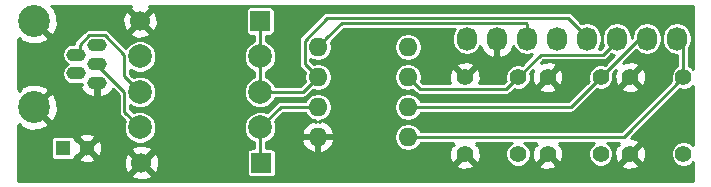
<source format=gbr>
G04 #@! TF.FileFunction,Copper,L1,Top,Signal*
%FSLAX46Y46*%
G04 Gerber Fmt 4.6, Leading zero omitted, Abs format (unit mm)*
G04 Created by KiCad (PCBNEW 4.0.0-rc1-stable) date 3/16/2016 3:52:32 PM*
%MOMM*%
G01*
G04 APERTURE LIST*
%ADD10C,0.100000*%
%ADD11O,1.600000X1.600000*%
%ADD12O,1.727200X2.032000*%
%ADD13R,1.300000X1.300000*%
%ADD14C,1.300000*%
%ADD15C,1.699260*%
%ADD16R,1.699260X1.699260*%
%ADD17C,1.998980*%
%ADD18C,1.397000*%
%ADD19C,2.700000*%
%ADD20O,1.650000X1.100000*%
%ADD21C,0.250000*%
G04 APERTURE END LIST*
D10*
D11*
X125550000Y-85440000D03*
X125550000Y-87980000D03*
X125550000Y-90520000D03*
X125550000Y-93060000D03*
X133170000Y-93060000D03*
X133170000Y-90520000D03*
X133170000Y-87980000D03*
X133170000Y-85440000D03*
D12*
X140710000Y-84750000D03*
X143250000Y-84750000D03*
X145790000Y-84750000D03*
X148330000Y-84750000D03*
X150870000Y-84750000D03*
X153410000Y-84750000D03*
X155950000Y-84750000D03*
X138170000Y-84750000D03*
D13*
X104000000Y-94000000D03*
D14*
X106000000Y-94000000D03*
D15*
X110620000Y-95250000D03*
D16*
X120780000Y-95250000D03*
D15*
X110500000Y-83250000D03*
D16*
X120660000Y-83250000D03*
D17*
X120660000Y-92250000D03*
X110500000Y-92250000D03*
X120660000Y-89250000D03*
X110500000Y-89250000D03*
X120660000Y-86250000D03*
X110500000Y-86250000D03*
D18*
X152000000Y-88000000D03*
X156500000Y-88000000D03*
X152000000Y-94500000D03*
X156500000Y-94500000D03*
X145000000Y-88000000D03*
X149500000Y-88000000D03*
X145000000Y-94500000D03*
X149500000Y-94500000D03*
X138000000Y-88000000D03*
X142500000Y-88000000D03*
X138000000Y-94500000D03*
X142500000Y-94500000D03*
D19*
X101530000Y-90540000D03*
X101530000Y-83240000D03*
D20*
X106855000Y-86890000D03*
X106855000Y-85290000D03*
X106855000Y-88490000D03*
X105105000Y-87690000D03*
X105105000Y-86090000D03*
D21*
X145113590Y-84750000D02*
X145790000Y-84750000D01*
X145790000Y-84750000D02*
X145790000Y-84902400D01*
X120660000Y-92250000D02*
X122390000Y-90520000D01*
X122390000Y-90520000D02*
X125550000Y-90520000D01*
X120660000Y-92250000D02*
X120660000Y-95130000D01*
X120660000Y-95130000D02*
X120780000Y-95250000D01*
X148330000Y-84750000D02*
X148330000Y-84597600D01*
X146691380Y-82958980D02*
X126366018Y-82958980D01*
X148330000Y-84597600D02*
X146691380Y-82958980D01*
X126366018Y-82958980D02*
X124424999Y-84899999D01*
X124750001Y-87180001D02*
X125550000Y-87980000D01*
X124424999Y-84899999D02*
X124424999Y-86854999D01*
X124424999Y-86854999D02*
X124750001Y-87180001D01*
X120660000Y-89250000D02*
X124280000Y-89250000D01*
X124280000Y-89250000D02*
X125550000Y-87980000D01*
X120660000Y-86250000D02*
X120660000Y-84836508D01*
X120660000Y-84836508D02*
X120660000Y-83250000D01*
X120660000Y-89250000D02*
X120660000Y-87836508D01*
X120660000Y-87836508D02*
X120660000Y-86250000D01*
X143250000Y-84750000D02*
X143250000Y-83484000D01*
X143250000Y-83484000D02*
X143174990Y-83408990D01*
X143174990Y-83408990D02*
X127581010Y-83408990D01*
X127581010Y-83408990D02*
X126349999Y-84640001D01*
X126349999Y-84640001D02*
X125550000Y-85440000D01*
X156500000Y-88000000D02*
X156500000Y-85300000D01*
X156500000Y-85300000D02*
X155950000Y-84750000D01*
X133170000Y-93060000D02*
X151440000Y-93060000D01*
X151440000Y-93060000D02*
X156500000Y-88000000D01*
X149500000Y-88000000D02*
X152750000Y-84750000D01*
X152750000Y-84750000D02*
X153410000Y-84750000D01*
X133170000Y-90520000D02*
X146980000Y-90520000D01*
X146980000Y-90520000D02*
X149500000Y-88000000D01*
X142500000Y-88000000D02*
X144408990Y-86091010D01*
X144408990Y-86091010D02*
X149681390Y-86091010D01*
X149681390Y-86091010D02*
X150870000Y-84902400D01*
X150870000Y-84902400D02*
X150870000Y-84750000D01*
X133170000Y-87980000D02*
X134213501Y-89023501D01*
X134213501Y-89023501D02*
X141476499Y-89023501D01*
X141476499Y-89023501D02*
X141801501Y-88698499D01*
X141801501Y-88698499D02*
X142500000Y-88000000D01*
X150870000Y-84750000D02*
X150163348Y-84750000D01*
X110500000Y-92250000D02*
X109175509Y-90925509D01*
X109175509Y-90925509D02*
X109175509Y-89298058D01*
X109175509Y-89298058D02*
X106767451Y-86890000D01*
X106767451Y-86890000D02*
X106580000Y-86890000D01*
X106550000Y-86600000D02*
X106737451Y-86600000D01*
X105380000Y-86090000D02*
X105380000Y-85252549D01*
X105380000Y-85252549D02*
X106217559Y-84414990D01*
X109175509Y-86098058D02*
X109175509Y-87925509D01*
X106217559Y-84414990D02*
X107492441Y-84414990D01*
X107492441Y-84414990D02*
X109175509Y-86098058D01*
X109175509Y-87925509D02*
X109500511Y-88250511D01*
X109500511Y-88250511D02*
X110500000Y-89250000D01*
G36*
X109719063Y-81955665D02*
X109638557Y-82206124D01*
X110500000Y-83067566D01*
X111361443Y-82206124D01*
X111280937Y-81955665D01*
X111265249Y-81950000D01*
X157300000Y-81950000D01*
X157300000Y-87281913D01*
X157108883Y-87090462D01*
X157000000Y-87045250D01*
X157000000Y-85544798D01*
X157094317Y-85403643D01*
X157188600Y-84929651D01*
X157188600Y-84570349D01*
X157094317Y-84096357D01*
X156825822Y-83694527D01*
X156423992Y-83426032D01*
X155950000Y-83331749D01*
X155476008Y-83426032D01*
X155074178Y-83694527D01*
X154805683Y-84096357D01*
X154711400Y-84570349D01*
X154711400Y-84929651D01*
X154805683Y-85403643D01*
X155074178Y-85805473D01*
X155476008Y-86073968D01*
X155950000Y-86168251D01*
X156000000Y-86158305D01*
X156000000Y-87045067D01*
X155892706Y-87089400D01*
X155590462Y-87391117D01*
X155426687Y-87785531D01*
X155426314Y-88212596D01*
X155471336Y-88321557D01*
X151232894Y-92560000D01*
X134244937Y-92560000D01*
X134023870Y-92229150D01*
X133642673Y-91974442D01*
X133193020Y-91885000D01*
X133146980Y-91885000D01*
X132697327Y-91974442D01*
X132316130Y-92229150D01*
X132061422Y-92610347D01*
X131971980Y-93060000D01*
X132061422Y-93509653D01*
X132316130Y-93890850D01*
X132697327Y-94145558D01*
X133146980Y-94235000D01*
X133193020Y-94235000D01*
X133642673Y-94145558D01*
X134023870Y-93890850D01*
X134244937Y-93560000D01*
X137023547Y-93560000D01*
X136950555Y-93632992D01*
X137065642Y-93748079D01*
X136830836Y-93810005D01*
X136655784Y-94309947D01*
X136685376Y-94838824D01*
X136830836Y-95189995D01*
X137065645Y-95251922D01*
X137817566Y-94500000D01*
X137803424Y-94485858D01*
X137985858Y-94303424D01*
X138000000Y-94317566D01*
X138014142Y-94303424D01*
X138196576Y-94485858D01*
X138182434Y-94500000D01*
X138934355Y-95251922D01*
X139169164Y-95189995D01*
X139344216Y-94690053D01*
X139314624Y-94161176D01*
X139169164Y-93810005D01*
X138934358Y-93748079D01*
X139049445Y-93632992D01*
X138976453Y-93560000D01*
X141963859Y-93560000D01*
X141892706Y-93589400D01*
X141590462Y-93891117D01*
X141426687Y-94285531D01*
X141426314Y-94712596D01*
X141589400Y-95107294D01*
X141891117Y-95409538D01*
X142285531Y-95573313D01*
X142712596Y-95573686D01*
X143049802Y-95434355D01*
X144248078Y-95434355D01*
X144310005Y-95669164D01*
X144809947Y-95844216D01*
X145338824Y-95814624D01*
X145689995Y-95669164D01*
X145751922Y-95434355D01*
X145000000Y-94682434D01*
X144248078Y-95434355D01*
X143049802Y-95434355D01*
X143107294Y-95410600D01*
X143409538Y-95108883D01*
X143573313Y-94714469D01*
X143573686Y-94287404D01*
X143410600Y-93892706D01*
X143108883Y-93590462D01*
X143035522Y-93560000D01*
X144023547Y-93560000D01*
X143950555Y-93632992D01*
X144065642Y-93748079D01*
X143830836Y-93810005D01*
X143655784Y-94309947D01*
X143685376Y-94838824D01*
X143830836Y-95189995D01*
X144065645Y-95251922D01*
X144817566Y-94500000D01*
X144803424Y-94485858D01*
X144985858Y-94303424D01*
X145000000Y-94317566D01*
X145014142Y-94303424D01*
X145196576Y-94485858D01*
X145182434Y-94500000D01*
X145934355Y-95251922D01*
X146169164Y-95189995D01*
X146344216Y-94690053D01*
X146314624Y-94161176D01*
X146169164Y-93810005D01*
X145934358Y-93748079D01*
X146049445Y-93632992D01*
X145976453Y-93560000D01*
X148963859Y-93560000D01*
X148892706Y-93589400D01*
X148590462Y-93891117D01*
X148426687Y-94285531D01*
X148426314Y-94712596D01*
X148589400Y-95107294D01*
X148891117Y-95409538D01*
X149285531Y-95573313D01*
X149712596Y-95573686D01*
X150049802Y-95434355D01*
X151248078Y-95434355D01*
X151310005Y-95669164D01*
X151809947Y-95844216D01*
X152338824Y-95814624D01*
X152689995Y-95669164D01*
X152751922Y-95434355D01*
X152000000Y-94682434D01*
X151248078Y-95434355D01*
X150049802Y-95434355D01*
X150107294Y-95410600D01*
X150409538Y-95108883D01*
X150573313Y-94714469D01*
X150573686Y-94287404D01*
X150410600Y-93892706D01*
X150108883Y-93590462D01*
X150035522Y-93560000D01*
X151023547Y-93560000D01*
X150950555Y-93632992D01*
X151065642Y-93748079D01*
X150830836Y-93810005D01*
X150655784Y-94309947D01*
X150685376Y-94838824D01*
X150830836Y-95189995D01*
X151065645Y-95251922D01*
X151817566Y-94500000D01*
X152182434Y-94500000D01*
X152934355Y-95251922D01*
X153169164Y-95189995D01*
X153344216Y-94690053D01*
X153314624Y-94161176D01*
X153169164Y-93810005D01*
X152934355Y-93748078D01*
X152182434Y-94500000D01*
X151817566Y-94500000D01*
X151803424Y-94485858D01*
X151985858Y-94303424D01*
X152000000Y-94317566D01*
X152751922Y-93565645D01*
X152689995Y-93330836D01*
X152190053Y-93155784D01*
X152043100Y-93164006D01*
X156178314Y-89028793D01*
X156285531Y-89073313D01*
X156712596Y-89073686D01*
X157107294Y-88910600D01*
X157300000Y-88718230D01*
X157300000Y-93781913D01*
X157108883Y-93590462D01*
X156714469Y-93426687D01*
X156287404Y-93426314D01*
X155892706Y-93589400D01*
X155590462Y-93891117D01*
X155426687Y-94285531D01*
X155426314Y-94712596D01*
X155589400Y-95107294D01*
X155891117Y-95409538D01*
X156285531Y-95573313D01*
X156712596Y-95573686D01*
X157107294Y-95410600D01*
X157300000Y-95218230D01*
X157300000Y-96800000D01*
X100200000Y-96800000D01*
X100200000Y-96293876D01*
X109758557Y-96293876D01*
X109839063Y-96544335D01*
X110393829Y-96744661D01*
X110983027Y-96717439D01*
X111400937Y-96544335D01*
X111481443Y-96293876D01*
X110620000Y-95432434D01*
X109758557Y-96293876D01*
X100200000Y-96293876D01*
X100200000Y-93350000D01*
X102967654Y-93350000D01*
X102967654Y-94650000D01*
X102993802Y-94788966D01*
X103075931Y-94916599D01*
X103201246Y-95002223D01*
X103350000Y-95032346D01*
X104650000Y-95032346D01*
X104788966Y-95006198D01*
X104916599Y-94924069D01*
X104933608Y-94899175D01*
X105283258Y-94899175D01*
X105339209Y-95128970D01*
X105821547Y-95295905D01*
X106331052Y-95265551D01*
X106660791Y-95128970D01*
X106686390Y-95023829D01*
X109125339Y-95023829D01*
X109152561Y-95613027D01*
X109325665Y-96030937D01*
X109576124Y-96111443D01*
X110437566Y-95250000D01*
X110802434Y-95250000D01*
X111663876Y-96111443D01*
X111914335Y-96030937D01*
X112114661Y-95476171D01*
X112087439Y-94886973D01*
X111914335Y-94469063D01*
X111663876Y-94388557D01*
X110802434Y-95250000D01*
X110437566Y-95250000D01*
X109576124Y-94388557D01*
X109325665Y-94469063D01*
X109125339Y-95023829D01*
X106686390Y-95023829D01*
X106716742Y-94899175D01*
X106000000Y-94182434D01*
X105283258Y-94899175D01*
X104933608Y-94899175D01*
X105002223Y-94798754D01*
X105022683Y-94697716D01*
X105100825Y-94716742D01*
X105817566Y-94000000D01*
X106182434Y-94000000D01*
X106899175Y-94716742D01*
X107128970Y-94660791D01*
X107286328Y-94206124D01*
X109758557Y-94206124D01*
X110620000Y-95067566D01*
X111481443Y-94206124D01*
X111400937Y-93955665D01*
X110846171Y-93755339D01*
X110256973Y-93782561D01*
X109839063Y-93955665D01*
X109758557Y-94206124D01*
X107286328Y-94206124D01*
X107295905Y-94178453D01*
X107265551Y-93668948D01*
X107128970Y-93339209D01*
X106899175Y-93283258D01*
X106182434Y-94000000D01*
X105817566Y-94000000D01*
X105100825Y-93283258D01*
X105023338Y-93302125D01*
X105006198Y-93211034D01*
X104935281Y-93100825D01*
X105283258Y-93100825D01*
X106000000Y-93817566D01*
X106716742Y-93100825D01*
X106660791Y-92871030D01*
X106178453Y-92704095D01*
X105668948Y-92734449D01*
X105339209Y-92871030D01*
X105283258Y-93100825D01*
X104935281Y-93100825D01*
X104924069Y-93083401D01*
X104798754Y-92997777D01*
X104650000Y-92967654D01*
X103350000Y-92967654D01*
X103211034Y-92993802D01*
X103083401Y-93075931D01*
X102997777Y-93201246D01*
X102967654Y-93350000D01*
X100200000Y-93350000D01*
X100200000Y-92052437D01*
X100306615Y-91945822D01*
X100448371Y-92248202D01*
X101184406Y-92532094D01*
X101973053Y-92512708D01*
X102611629Y-92248202D01*
X102753386Y-91945819D01*
X101530000Y-90722434D01*
X101515858Y-90736576D01*
X101333424Y-90554142D01*
X101347566Y-90540000D01*
X101712434Y-90540000D01*
X102935819Y-91763386D01*
X103238202Y-91621629D01*
X103522094Y-90885594D01*
X103502708Y-90096947D01*
X103238202Y-89458371D01*
X102935819Y-89316614D01*
X101712434Y-90540000D01*
X101347566Y-90540000D01*
X101333424Y-90525858D01*
X101515858Y-90343424D01*
X101530000Y-90357566D01*
X102753386Y-89134181D01*
X102611629Y-88831798D01*
X101875594Y-88547906D01*
X101086947Y-88567292D01*
X100448371Y-88831798D01*
X100306615Y-89134178D01*
X100200000Y-89027563D01*
X100200000Y-86090000D01*
X103881491Y-86090000D01*
X103951902Y-86443982D01*
X104152417Y-86744074D01*
X104370811Y-86890000D01*
X104152417Y-87035926D01*
X103951902Y-87336018D01*
X103881491Y-87690000D01*
X103951902Y-88043982D01*
X104152417Y-88344074D01*
X104452509Y-88544589D01*
X104806491Y-88615000D01*
X105397000Y-88615000D01*
X105397000Y-88619002D01*
X105563401Y-88619002D01*
X105438712Y-88801370D01*
X105652276Y-89235290D01*
X106008105Y-89533583D01*
X106451000Y-89673000D01*
X106726000Y-89673000D01*
X106726000Y-88619000D01*
X106706000Y-88619000D01*
X106706000Y-88361000D01*
X106726000Y-88361000D01*
X106726000Y-88341000D01*
X106984000Y-88341000D01*
X106984000Y-88361000D01*
X107004000Y-88361000D01*
X107004000Y-88619000D01*
X106984000Y-88619000D01*
X106984000Y-89673000D01*
X107259000Y-89673000D01*
X107701895Y-89533583D01*
X108057724Y-89235290D01*
X108172478Y-89002133D01*
X108675509Y-89505165D01*
X108675509Y-90925509D01*
X108707322Y-91085443D01*
X108713569Y-91116851D01*
X108821956Y-91279062D01*
X109240922Y-91698028D01*
X109125749Y-91975398D01*
X109125272Y-92522204D01*
X109334085Y-93027569D01*
X109720397Y-93414557D01*
X110225398Y-93624251D01*
X110772204Y-93624728D01*
X111277569Y-93415915D01*
X111664557Y-93029603D01*
X111874251Y-92524602D01*
X111874253Y-92522204D01*
X119285272Y-92522204D01*
X119494085Y-93027569D01*
X119880397Y-93414557D01*
X120160000Y-93530658D01*
X120160000Y-94018024D01*
X119930370Y-94018024D01*
X119791404Y-94044172D01*
X119663771Y-94126301D01*
X119578147Y-94251616D01*
X119548024Y-94400370D01*
X119548024Y-96099630D01*
X119574172Y-96238596D01*
X119656301Y-96366229D01*
X119781616Y-96451853D01*
X119930370Y-96481976D01*
X121629630Y-96481976D01*
X121768596Y-96455828D01*
X121896229Y-96373699D01*
X121981853Y-96248384D01*
X122011976Y-96099630D01*
X122011976Y-95434355D01*
X137248078Y-95434355D01*
X137310005Y-95669164D01*
X137809947Y-95844216D01*
X138338824Y-95814624D01*
X138689995Y-95669164D01*
X138751922Y-95434355D01*
X138000000Y-94682434D01*
X137248078Y-95434355D01*
X122011976Y-95434355D01*
X122011976Y-94400370D01*
X121985828Y-94261404D01*
X121903699Y-94133771D01*
X121778384Y-94048147D01*
X121629630Y-94018024D01*
X121160000Y-94018024D01*
X121160000Y-93530604D01*
X121437569Y-93415915D01*
X121442821Y-93410672D01*
X124160569Y-93410672D01*
X124319552Y-93794519D01*
X124694303Y-94209479D01*
X125199326Y-94449441D01*
X125421000Y-94328942D01*
X125421000Y-93189000D01*
X125679000Y-93189000D01*
X125679000Y-94328942D01*
X125900674Y-94449441D01*
X126405697Y-94209479D01*
X126780448Y-93794519D01*
X126939431Y-93410672D01*
X126818206Y-93189000D01*
X125679000Y-93189000D01*
X125421000Y-93189000D01*
X124281794Y-93189000D01*
X124160569Y-93410672D01*
X121442821Y-93410672D01*
X121824557Y-93029603D01*
X122034251Y-92524602D01*
X122034728Y-91977796D01*
X121919115Y-91697992D01*
X122597107Y-91020000D01*
X124475063Y-91020000D01*
X124696130Y-91350850D01*
X125077327Y-91605558D01*
X125420998Y-91673919D01*
X125420998Y-91791057D01*
X125199326Y-91670559D01*
X124694303Y-91910521D01*
X124319552Y-92325481D01*
X124160569Y-92709328D01*
X124281794Y-92931000D01*
X125421000Y-92931000D01*
X125421000Y-92911000D01*
X125679000Y-92911000D01*
X125679000Y-92931000D01*
X126818206Y-92931000D01*
X126939431Y-92709328D01*
X126780448Y-92325481D01*
X126405697Y-91910521D01*
X125900674Y-91670559D01*
X125679002Y-91791057D01*
X125679002Y-91673919D01*
X126022673Y-91605558D01*
X126403870Y-91350850D01*
X126658578Y-90969653D01*
X126748020Y-90520000D01*
X126658578Y-90070347D01*
X126403870Y-89689150D01*
X126022673Y-89434442D01*
X125573020Y-89345000D01*
X125526980Y-89345000D01*
X125077327Y-89434442D01*
X124696130Y-89689150D01*
X124475063Y-90020000D01*
X122390000Y-90020000D01*
X122198658Y-90058060D01*
X122036446Y-90166447D01*
X121211971Y-90990922D01*
X120934602Y-90875749D01*
X120387796Y-90875272D01*
X119882431Y-91084085D01*
X119495443Y-91470397D01*
X119285749Y-91975398D01*
X119285272Y-92522204D01*
X111874253Y-92522204D01*
X111874728Y-91977796D01*
X111665915Y-91472431D01*
X111279603Y-91085443D01*
X110774602Y-90875749D01*
X110227796Y-90875272D01*
X109947991Y-90990885D01*
X109675509Y-90718403D01*
X109675509Y-90369590D01*
X109720397Y-90414557D01*
X110225398Y-90624251D01*
X110772204Y-90624728D01*
X111277569Y-90415915D01*
X111664557Y-90029603D01*
X111874251Y-89524602D01*
X111874728Y-88977796D01*
X111665915Y-88472431D01*
X111279603Y-88085443D01*
X110774602Y-87875749D01*
X110227796Y-87875272D01*
X109947991Y-87990885D01*
X109854066Y-87896960D01*
X109854064Y-87896957D01*
X109675509Y-87718403D01*
X109675509Y-87369590D01*
X109720397Y-87414557D01*
X110225398Y-87624251D01*
X110772204Y-87624728D01*
X111277569Y-87415915D01*
X111664557Y-87029603D01*
X111874251Y-86524602D01*
X111874253Y-86522204D01*
X119285272Y-86522204D01*
X119494085Y-87027569D01*
X119880397Y-87414557D01*
X120160000Y-87530658D01*
X120160000Y-87969396D01*
X119882431Y-88084085D01*
X119495443Y-88470397D01*
X119285749Y-88975398D01*
X119285272Y-89522204D01*
X119494085Y-90027569D01*
X119880397Y-90414557D01*
X120385398Y-90624251D01*
X120932204Y-90624728D01*
X121437569Y-90415915D01*
X121824557Y-90029603D01*
X121940658Y-89750000D01*
X124280000Y-89750000D01*
X124471342Y-89711940D01*
X124633553Y-89603553D01*
X125155916Y-89081190D01*
X125526980Y-89155000D01*
X125573020Y-89155000D01*
X126022673Y-89065558D01*
X126403870Y-88810850D01*
X126658578Y-88429653D01*
X126748020Y-87980000D01*
X126658578Y-87530347D01*
X126403870Y-87149150D01*
X126022673Y-86894442D01*
X125573020Y-86805000D01*
X125526980Y-86805000D01*
X125155916Y-86878810D01*
X125103556Y-86826450D01*
X125103554Y-86826447D01*
X124924999Y-86647893D01*
X124924999Y-86423776D01*
X125077327Y-86525558D01*
X125526980Y-86615000D01*
X125573020Y-86615000D01*
X126022673Y-86525558D01*
X126403870Y-86270850D01*
X126658578Y-85889653D01*
X126748020Y-85440000D01*
X131971980Y-85440000D01*
X132061422Y-85889653D01*
X132316130Y-86270850D01*
X132697327Y-86525558D01*
X133146980Y-86615000D01*
X133193020Y-86615000D01*
X133642673Y-86525558D01*
X134023870Y-86270850D01*
X134278578Y-85889653D01*
X134368020Y-85440000D01*
X134278578Y-84990347D01*
X134023870Y-84609150D01*
X133642673Y-84354442D01*
X133193020Y-84265000D01*
X133146980Y-84265000D01*
X132697327Y-84354442D01*
X132316130Y-84609150D01*
X132061422Y-84990347D01*
X131971980Y-85440000D01*
X126748020Y-85440000D01*
X126666572Y-85030535D01*
X126703552Y-84993555D01*
X126703554Y-84993552D01*
X127788117Y-83908990D01*
X137150878Y-83908990D01*
X137025683Y-84096357D01*
X136931400Y-84570349D01*
X136931400Y-84929651D01*
X137025683Y-85403643D01*
X137294178Y-85805473D01*
X137696008Y-86073968D01*
X138170000Y-86168251D01*
X138643992Y-86073968D01*
X139045822Y-85805473D01*
X139314317Y-85403643D01*
X139319650Y-85376834D01*
X139420854Y-85664945D01*
X139810798Y-86100235D01*
X140337637Y-86353165D01*
X140349340Y-86354893D01*
X140581000Y-86234519D01*
X140581000Y-84879000D01*
X140561000Y-84879000D01*
X140561000Y-84621000D01*
X140581000Y-84621000D01*
X140581000Y-84601000D01*
X140839000Y-84601000D01*
X140839000Y-84621000D01*
X140859000Y-84621000D01*
X140859000Y-84879000D01*
X140839000Y-84879000D01*
X140839000Y-86234519D01*
X141070660Y-86354893D01*
X141082363Y-86353165D01*
X141609202Y-86100235D01*
X141999146Y-85664945D01*
X142100350Y-85376834D01*
X142105683Y-85403643D01*
X142374178Y-85805473D01*
X142776008Y-86073968D01*
X143250000Y-86168251D01*
X143717667Y-86075226D01*
X142821686Y-86971207D01*
X142714469Y-86926687D01*
X142287404Y-86926314D01*
X141892706Y-87089400D01*
X141590462Y-87391117D01*
X141426687Y-87785531D01*
X141426314Y-88212596D01*
X141471336Y-88321558D01*
X141447950Y-88344944D01*
X141447947Y-88344946D01*
X141269393Y-88523501D01*
X139227461Y-88523501D01*
X139344216Y-88190053D01*
X139314624Y-87661176D01*
X139169164Y-87310005D01*
X138934355Y-87248078D01*
X138182434Y-88000000D01*
X138196576Y-88014142D01*
X138014142Y-88196576D01*
X138000000Y-88182434D01*
X137985858Y-88196576D01*
X137803424Y-88014142D01*
X137817566Y-88000000D01*
X137065645Y-87248078D01*
X136830836Y-87310005D01*
X136655784Y-87809947D01*
X136685376Y-88338824D01*
X136761872Y-88523501D01*
X134420608Y-88523501D01*
X134286572Y-88389465D01*
X134368020Y-87980000D01*
X134278578Y-87530347D01*
X134023870Y-87149150D01*
X133898897Y-87065645D01*
X137248078Y-87065645D01*
X138000000Y-87817566D01*
X138751922Y-87065645D01*
X138689995Y-86830836D01*
X138190053Y-86655784D01*
X137661176Y-86685376D01*
X137310005Y-86830836D01*
X137248078Y-87065645D01*
X133898897Y-87065645D01*
X133642673Y-86894442D01*
X133193020Y-86805000D01*
X133146980Y-86805000D01*
X132697327Y-86894442D01*
X132316130Y-87149150D01*
X132061422Y-87530347D01*
X131971980Y-87980000D01*
X132061422Y-88429653D01*
X132316130Y-88810850D01*
X132697327Y-89065558D01*
X133146980Y-89155000D01*
X133193020Y-89155000D01*
X133564084Y-89081190D01*
X133859947Y-89377054D01*
X133981646Y-89458371D01*
X134022159Y-89485441D01*
X134213501Y-89523501D01*
X141476499Y-89523501D01*
X141667841Y-89485441D01*
X141830052Y-89377054D01*
X142155054Y-89052053D01*
X142155056Y-89052050D01*
X142178314Y-89028792D01*
X142285531Y-89073313D01*
X142712596Y-89073686D01*
X143049802Y-88934355D01*
X144248078Y-88934355D01*
X144310005Y-89169164D01*
X144809947Y-89344216D01*
X145338824Y-89314624D01*
X145689995Y-89169164D01*
X145751922Y-88934355D01*
X145000000Y-88182434D01*
X144248078Y-88934355D01*
X143049802Y-88934355D01*
X143107294Y-88910600D01*
X143409538Y-88608883D01*
X143573313Y-88214469D01*
X143573686Y-87787404D01*
X143528664Y-87678442D01*
X143795132Y-87411975D01*
X143655784Y-87809947D01*
X143685376Y-88338824D01*
X143830836Y-88689995D01*
X144065645Y-88751922D01*
X144817566Y-88000000D01*
X145182434Y-88000000D01*
X145934355Y-88751922D01*
X146169164Y-88689995D01*
X146344216Y-88190053D01*
X146314624Y-87661176D01*
X146169164Y-87310005D01*
X145934355Y-87248078D01*
X145182434Y-88000000D01*
X144817566Y-88000000D01*
X144803424Y-87985858D01*
X144985858Y-87803424D01*
X145000000Y-87817566D01*
X145751922Y-87065645D01*
X145689995Y-86830836D01*
X145190053Y-86655784D01*
X144661176Y-86685376D01*
X144423128Y-86783979D01*
X144616097Y-86591010D01*
X149681390Y-86591010D01*
X149872732Y-86552950D01*
X150034943Y-86444563D01*
X150403957Y-86075549D01*
X150665350Y-86127544D01*
X149821686Y-86971208D01*
X149714469Y-86926687D01*
X149287404Y-86926314D01*
X148892706Y-87089400D01*
X148590462Y-87391117D01*
X148426687Y-87785531D01*
X148426314Y-88212596D01*
X148471336Y-88321557D01*
X146772894Y-90020000D01*
X134244937Y-90020000D01*
X134023870Y-89689150D01*
X133642673Y-89434442D01*
X133193020Y-89345000D01*
X133146980Y-89345000D01*
X132697327Y-89434442D01*
X132316130Y-89689150D01*
X132061422Y-90070347D01*
X131971980Y-90520000D01*
X132061422Y-90969653D01*
X132316130Y-91350850D01*
X132697327Y-91605558D01*
X133146980Y-91695000D01*
X133193020Y-91695000D01*
X133642673Y-91605558D01*
X134023870Y-91350850D01*
X134244937Y-91020000D01*
X146980000Y-91020000D01*
X147171342Y-90981940D01*
X147333553Y-90873553D01*
X149178314Y-89028793D01*
X149285531Y-89073313D01*
X149712596Y-89073686D01*
X150049802Y-88934355D01*
X151248078Y-88934355D01*
X151310005Y-89169164D01*
X151809947Y-89344216D01*
X152338824Y-89314624D01*
X152689995Y-89169164D01*
X152751922Y-88934355D01*
X152000000Y-88182434D01*
X151248078Y-88934355D01*
X150049802Y-88934355D01*
X150107294Y-88910600D01*
X150409538Y-88608883D01*
X150573313Y-88214469D01*
X150573686Y-87787404D01*
X150528664Y-87678442D01*
X150795132Y-87411974D01*
X150655784Y-87809947D01*
X150685376Y-88338824D01*
X150830836Y-88689995D01*
X151065645Y-88751922D01*
X151817566Y-88000000D01*
X152182434Y-88000000D01*
X152934355Y-88751922D01*
X153169164Y-88689995D01*
X153344216Y-88190053D01*
X153314624Y-87661176D01*
X153169164Y-87310005D01*
X152934355Y-87248078D01*
X152182434Y-88000000D01*
X151817566Y-88000000D01*
X151803424Y-87985858D01*
X151985858Y-87803424D01*
X152000000Y-87817566D01*
X152751922Y-87065645D01*
X152689995Y-86830836D01*
X152190053Y-86655784D01*
X151661176Y-86685376D01*
X151423127Y-86783979D01*
X152481088Y-85726018D01*
X152534178Y-85805473D01*
X152936008Y-86073968D01*
X153410000Y-86168251D01*
X153883992Y-86073968D01*
X154285822Y-85805473D01*
X154554317Y-85403643D01*
X154648600Y-84929651D01*
X154648600Y-84570349D01*
X154554317Y-84096357D01*
X154285822Y-83694527D01*
X153883992Y-83426032D01*
X153410000Y-83331749D01*
X152936008Y-83426032D01*
X152534178Y-83694527D01*
X152265683Y-84096357D01*
X152171400Y-84570349D01*
X152171400Y-84621494D01*
X152108600Y-84684294D01*
X152108600Y-84570349D01*
X152014317Y-84096357D01*
X151745822Y-83694527D01*
X151343992Y-83426032D01*
X150870000Y-83331749D01*
X150396008Y-83426032D01*
X149994178Y-83694527D01*
X149725683Y-84096357D01*
X149631400Y-84570349D01*
X149631400Y-84929651D01*
X149715059Y-85350234D01*
X149474284Y-85591010D01*
X149349122Y-85591010D01*
X149474317Y-85403643D01*
X149568600Y-84929651D01*
X149568600Y-84570349D01*
X149474317Y-84096357D01*
X149205822Y-83694527D01*
X148803992Y-83426032D01*
X148330000Y-83331749D01*
X147863957Y-83424451D01*
X147044933Y-82605427D01*
X146882722Y-82497040D01*
X146691380Y-82458980D01*
X126366018Y-82458980D01*
X126174676Y-82497040D01*
X126012464Y-82605427D01*
X124071446Y-84546446D01*
X123963059Y-84708657D01*
X123924999Y-84899999D01*
X123924999Y-86854999D01*
X123956825Y-87015000D01*
X123963059Y-87046341D01*
X124071446Y-87208552D01*
X124396447Y-87533554D01*
X124396450Y-87533556D01*
X124433428Y-87570534D01*
X124351980Y-87980000D01*
X124433428Y-88389465D01*
X124072894Y-88750000D01*
X121940604Y-88750000D01*
X121825915Y-88472431D01*
X121439603Y-88085443D01*
X121160000Y-87969342D01*
X121160000Y-87530604D01*
X121437569Y-87415915D01*
X121824557Y-87029603D01*
X122034251Y-86524602D01*
X122034728Y-85977796D01*
X121825915Y-85472431D01*
X121439603Y-85085443D01*
X121160000Y-84969342D01*
X121160000Y-84481976D01*
X121509630Y-84481976D01*
X121648596Y-84455828D01*
X121776229Y-84373699D01*
X121861853Y-84248384D01*
X121891976Y-84099630D01*
X121891976Y-82400370D01*
X121865828Y-82261404D01*
X121783699Y-82133771D01*
X121658384Y-82048147D01*
X121509630Y-82018024D01*
X119810370Y-82018024D01*
X119671404Y-82044172D01*
X119543771Y-82126301D01*
X119458147Y-82251616D01*
X119428024Y-82400370D01*
X119428024Y-84099630D01*
X119454172Y-84238596D01*
X119536301Y-84366229D01*
X119661616Y-84451853D01*
X119810370Y-84481976D01*
X120160000Y-84481976D01*
X120160000Y-84969396D01*
X119882431Y-85084085D01*
X119495443Y-85470397D01*
X119285749Y-85975398D01*
X119285272Y-86522204D01*
X111874253Y-86522204D01*
X111874728Y-85977796D01*
X111665915Y-85472431D01*
X111279603Y-85085443D01*
X110774602Y-84875749D01*
X110227796Y-84875272D01*
X109722431Y-85084085D01*
X109335443Y-85470397D01*
X109311828Y-85527270D01*
X108078434Y-84293876D01*
X109638557Y-84293876D01*
X109719063Y-84544335D01*
X110273829Y-84744661D01*
X110863027Y-84717439D01*
X111280937Y-84544335D01*
X111361443Y-84293876D01*
X110500000Y-83432434D01*
X109638557Y-84293876D01*
X108078434Y-84293876D01*
X107845994Y-84061437D01*
X107683783Y-83953050D01*
X107492441Y-83914990D01*
X106217559Y-83914990D01*
X106026217Y-83953050D01*
X105864005Y-84061437D01*
X105026447Y-84898996D01*
X104918060Y-85061207D01*
X104897414Y-85165000D01*
X104806491Y-85165000D01*
X104452509Y-85235411D01*
X104152417Y-85435926D01*
X103951902Y-85736018D01*
X103881491Y-86090000D01*
X100200000Y-86090000D01*
X100200000Y-84752437D01*
X100306615Y-84645822D01*
X100448371Y-84948202D01*
X101184406Y-85232094D01*
X101973053Y-85212708D01*
X102611629Y-84948202D01*
X102753386Y-84645819D01*
X101530000Y-83422434D01*
X101515858Y-83436576D01*
X101333424Y-83254142D01*
X101347566Y-83240000D01*
X101333424Y-83225858D01*
X101515858Y-83043424D01*
X101530000Y-83057566D01*
X101544142Y-83043424D01*
X101726576Y-83225858D01*
X101712434Y-83240000D01*
X102935819Y-84463386D01*
X103238202Y-84321629D01*
X103522094Y-83585594D01*
X103508286Y-83023829D01*
X109005339Y-83023829D01*
X109032561Y-83613027D01*
X109205665Y-84030937D01*
X109456124Y-84111443D01*
X110317566Y-83250000D01*
X110682434Y-83250000D01*
X111543876Y-84111443D01*
X111794335Y-84030937D01*
X111994661Y-83476171D01*
X111967439Y-82886973D01*
X111794335Y-82469063D01*
X111543876Y-82388557D01*
X110682434Y-83250000D01*
X110317566Y-83250000D01*
X109456124Y-82388557D01*
X109205665Y-82469063D01*
X109005339Y-83023829D01*
X103508286Y-83023829D01*
X103502708Y-82796947D01*
X103238202Y-82158371D01*
X102935822Y-82016615D01*
X103002437Y-81950000D01*
X109732740Y-81950000D01*
X109719063Y-81955665D01*
X109719063Y-81955665D01*
G37*
X109719063Y-81955665D02*
X109638557Y-82206124D01*
X110500000Y-83067566D01*
X111361443Y-82206124D01*
X111280937Y-81955665D01*
X111265249Y-81950000D01*
X157300000Y-81950000D01*
X157300000Y-87281913D01*
X157108883Y-87090462D01*
X157000000Y-87045250D01*
X157000000Y-85544798D01*
X157094317Y-85403643D01*
X157188600Y-84929651D01*
X157188600Y-84570349D01*
X157094317Y-84096357D01*
X156825822Y-83694527D01*
X156423992Y-83426032D01*
X155950000Y-83331749D01*
X155476008Y-83426032D01*
X155074178Y-83694527D01*
X154805683Y-84096357D01*
X154711400Y-84570349D01*
X154711400Y-84929651D01*
X154805683Y-85403643D01*
X155074178Y-85805473D01*
X155476008Y-86073968D01*
X155950000Y-86168251D01*
X156000000Y-86158305D01*
X156000000Y-87045067D01*
X155892706Y-87089400D01*
X155590462Y-87391117D01*
X155426687Y-87785531D01*
X155426314Y-88212596D01*
X155471336Y-88321557D01*
X151232894Y-92560000D01*
X134244937Y-92560000D01*
X134023870Y-92229150D01*
X133642673Y-91974442D01*
X133193020Y-91885000D01*
X133146980Y-91885000D01*
X132697327Y-91974442D01*
X132316130Y-92229150D01*
X132061422Y-92610347D01*
X131971980Y-93060000D01*
X132061422Y-93509653D01*
X132316130Y-93890850D01*
X132697327Y-94145558D01*
X133146980Y-94235000D01*
X133193020Y-94235000D01*
X133642673Y-94145558D01*
X134023870Y-93890850D01*
X134244937Y-93560000D01*
X137023547Y-93560000D01*
X136950555Y-93632992D01*
X137065642Y-93748079D01*
X136830836Y-93810005D01*
X136655784Y-94309947D01*
X136685376Y-94838824D01*
X136830836Y-95189995D01*
X137065645Y-95251922D01*
X137817566Y-94500000D01*
X137803424Y-94485858D01*
X137985858Y-94303424D01*
X138000000Y-94317566D01*
X138014142Y-94303424D01*
X138196576Y-94485858D01*
X138182434Y-94500000D01*
X138934355Y-95251922D01*
X139169164Y-95189995D01*
X139344216Y-94690053D01*
X139314624Y-94161176D01*
X139169164Y-93810005D01*
X138934358Y-93748079D01*
X139049445Y-93632992D01*
X138976453Y-93560000D01*
X141963859Y-93560000D01*
X141892706Y-93589400D01*
X141590462Y-93891117D01*
X141426687Y-94285531D01*
X141426314Y-94712596D01*
X141589400Y-95107294D01*
X141891117Y-95409538D01*
X142285531Y-95573313D01*
X142712596Y-95573686D01*
X143049802Y-95434355D01*
X144248078Y-95434355D01*
X144310005Y-95669164D01*
X144809947Y-95844216D01*
X145338824Y-95814624D01*
X145689995Y-95669164D01*
X145751922Y-95434355D01*
X145000000Y-94682434D01*
X144248078Y-95434355D01*
X143049802Y-95434355D01*
X143107294Y-95410600D01*
X143409538Y-95108883D01*
X143573313Y-94714469D01*
X143573686Y-94287404D01*
X143410600Y-93892706D01*
X143108883Y-93590462D01*
X143035522Y-93560000D01*
X144023547Y-93560000D01*
X143950555Y-93632992D01*
X144065642Y-93748079D01*
X143830836Y-93810005D01*
X143655784Y-94309947D01*
X143685376Y-94838824D01*
X143830836Y-95189995D01*
X144065645Y-95251922D01*
X144817566Y-94500000D01*
X144803424Y-94485858D01*
X144985858Y-94303424D01*
X145000000Y-94317566D01*
X145014142Y-94303424D01*
X145196576Y-94485858D01*
X145182434Y-94500000D01*
X145934355Y-95251922D01*
X146169164Y-95189995D01*
X146344216Y-94690053D01*
X146314624Y-94161176D01*
X146169164Y-93810005D01*
X145934358Y-93748079D01*
X146049445Y-93632992D01*
X145976453Y-93560000D01*
X148963859Y-93560000D01*
X148892706Y-93589400D01*
X148590462Y-93891117D01*
X148426687Y-94285531D01*
X148426314Y-94712596D01*
X148589400Y-95107294D01*
X148891117Y-95409538D01*
X149285531Y-95573313D01*
X149712596Y-95573686D01*
X150049802Y-95434355D01*
X151248078Y-95434355D01*
X151310005Y-95669164D01*
X151809947Y-95844216D01*
X152338824Y-95814624D01*
X152689995Y-95669164D01*
X152751922Y-95434355D01*
X152000000Y-94682434D01*
X151248078Y-95434355D01*
X150049802Y-95434355D01*
X150107294Y-95410600D01*
X150409538Y-95108883D01*
X150573313Y-94714469D01*
X150573686Y-94287404D01*
X150410600Y-93892706D01*
X150108883Y-93590462D01*
X150035522Y-93560000D01*
X151023547Y-93560000D01*
X150950555Y-93632992D01*
X151065642Y-93748079D01*
X150830836Y-93810005D01*
X150655784Y-94309947D01*
X150685376Y-94838824D01*
X150830836Y-95189995D01*
X151065645Y-95251922D01*
X151817566Y-94500000D01*
X152182434Y-94500000D01*
X152934355Y-95251922D01*
X153169164Y-95189995D01*
X153344216Y-94690053D01*
X153314624Y-94161176D01*
X153169164Y-93810005D01*
X152934355Y-93748078D01*
X152182434Y-94500000D01*
X151817566Y-94500000D01*
X151803424Y-94485858D01*
X151985858Y-94303424D01*
X152000000Y-94317566D01*
X152751922Y-93565645D01*
X152689995Y-93330836D01*
X152190053Y-93155784D01*
X152043100Y-93164006D01*
X156178314Y-89028793D01*
X156285531Y-89073313D01*
X156712596Y-89073686D01*
X157107294Y-88910600D01*
X157300000Y-88718230D01*
X157300000Y-93781913D01*
X157108883Y-93590462D01*
X156714469Y-93426687D01*
X156287404Y-93426314D01*
X155892706Y-93589400D01*
X155590462Y-93891117D01*
X155426687Y-94285531D01*
X155426314Y-94712596D01*
X155589400Y-95107294D01*
X155891117Y-95409538D01*
X156285531Y-95573313D01*
X156712596Y-95573686D01*
X157107294Y-95410600D01*
X157300000Y-95218230D01*
X157300000Y-96800000D01*
X100200000Y-96800000D01*
X100200000Y-96293876D01*
X109758557Y-96293876D01*
X109839063Y-96544335D01*
X110393829Y-96744661D01*
X110983027Y-96717439D01*
X111400937Y-96544335D01*
X111481443Y-96293876D01*
X110620000Y-95432434D01*
X109758557Y-96293876D01*
X100200000Y-96293876D01*
X100200000Y-93350000D01*
X102967654Y-93350000D01*
X102967654Y-94650000D01*
X102993802Y-94788966D01*
X103075931Y-94916599D01*
X103201246Y-95002223D01*
X103350000Y-95032346D01*
X104650000Y-95032346D01*
X104788966Y-95006198D01*
X104916599Y-94924069D01*
X104933608Y-94899175D01*
X105283258Y-94899175D01*
X105339209Y-95128970D01*
X105821547Y-95295905D01*
X106331052Y-95265551D01*
X106660791Y-95128970D01*
X106686390Y-95023829D01*
X109125339Y-95023829D01*
X109152561Y-95613027D01*
X109325665Y-96030937D01*
X109576124Y-96111443D01*
X110437566Y-95250000D01*
X110802434Y-95250000D01*
X111663876Y-96111443D01*
X111914335Y-96030937D01*
X112114661Y-95476171D01*
X112087439Y-94886973D01*
X111914335Y-94469063D01*
X111663876Y-94388557D01*
X110802434Y-95250000D01*
X110437566Y-95250000D01*
X109576124Y-94388557D01*
X109325665Y-94469063D01*
X109125339Y-95023829D01*
X106686390Y-95023829D01*
X106716742Y-94899175D01*
X106000000Y-94182434D01*
X105283258Y-94899175D01*
X104933608Y-94899175D01*
X105002223Y-94798754D01*
X105022683Y-94697716D01*
X105100825Y-94716742D01*
X105817566Y-94000000D01*
X106182434Y-94000000D01*
X106899175Y-94716742D01*
X107128970Y-94660791D01*
X107286328Y-94206124D01*
X109758557Y-94206124D01*
X110620000Y-95067566D01*
X111481443Y-94206124D01*
X111400937Y-93955665D01*
X110846171Y-93755339D01*
X110256973Y-93782561D01*
X109839063Y-93955665D01*
X109758557Y-94206124D01*
X107286328Y-94206124D01*
X107295905Y-94178453D01*
X107265551Y-93668948D01*
X107128970Y-93339209D01*
X106899175Y-93283258D01*
X106182434Y-94000000D01*
X105817566Y-94000000D01*
X105100825Y-93283258D01*
X105023338Y-93302125D01*
X105006198Y-93211034D01*
X104935281Y-93100825D01*
X105283258Y-93100825D01*
X106000000Y-93817566D01*
X106716742Y-93100825D01*
X106660791Y-92871030D01*
X106178453Y-92704095D01*
X105668948Y-92734449D01*
X105339209Y-92871030D01*
X105283258Y-93100825D01*
X104935281Y-93100825D01*
X104924069Y-93083401D01*
X104798754Y-92997777D01*
X104650000Y-92967654D01*
X103350000Y-92967654D01*
X103211034Y-92993802D01*
X103083401Y-93075931D01*
X102997777Y-93201246D01*
X102967654Y-93350000D01*
X100200000Y-93350000D01*
X100200000Y-92052437D01*
X100306615Y-91945822D01*
X100448371Y-92248202D01*
X101184406Y-92532094D01*
X101973053Y-92512708D01*
X102611629Y-92248202D01*
X102753386Y-91945819D01*
X101530000Y-90722434D01*
X101515858Y-90736576D01*
X101333424Y-90554142D01*
X101347566Y-90540000D01*
X101712434Y-90540000D01*
X102935819Y-91763386D01*
X103238202Y-91621629D01*
X103522094Y-90885594D01*
X103502708Y-90096947D01*
X103238202Y-89458371D01*
X102935819Y-89316614D01*
X101712434Y-90540000D01*
X101347566Y-90540000D01*
X101333424Y-90525858D01*
X101515858Y-90343424D01*
X101530000Y-90357566D01*
X102753386Y-89134181D01*
X102611629Y-88831798D01*
X101875594Y-88547906D01*
X101086947Y-88567292D01*
X100448371Y-88831798D01*
X100306615Y-89134178D01*
X100200000Y-89027563D01*
X100200000Y-86090000D01*
X103881491Y-86090000D01*
X103951902Y-86443982D01*
X104152417Y-86744074D01*
X104370811Y-86890000D01*
X104152417Y-87035926D01*
X103951902Y-87336018D01*
X103881491Y-87690000D01*
X103951902Y-88043982D01*
X104152417Y-88344074D01*
X104452509Y-88544589D01*
X104806491Y-88615000D01*
X105397000Y-88615000D01*
X105397000Y-88619002D01*
X105563401Y-88619002D01*
X105438712Y-88801370D01*
X105652276Y-89235290D01*
X106008105Y-89533583D01*
X106451000Y-89673000D01*
X106726000Y-89673000D01*
X106726000Y-88619000D01*
X106706000Y-88619000D01*
X106706000Y-88361000D01*
X106726000Y-88361000D01*
X106726000Y-88341000D01*
X106984000Y-88341000D01*
X106984000Y-88361000D01*
X107004000Y-88361000D01*
X107004000Y-88619000D01*
X106984000Y-88619000D01*
X106984000Y-89673000D01*
X107259000Y-89673000D01*
X107701895Y-89533583D01*
X108057724Y-89235290D01*
X108172478Y-89002133D01*
X108675509Y-89505165D01*
X108675509Y-90925509D01*
X108707322Y-91085443D01*
X108713569Y-91116851D01*
X108821956Y-91279062D01*
X109240922Y-91698028D01*
X109125749Y-91975398D01*
X109125272Y-92522204D01*
X109334085Y-93027569D01*
X109720397Y-93414557D01*
X110225398Y-93624251D01*
X110772204Y-93624728D01*
X111277569Y-93415915D01*
X111664557Y-93029603D01*
X111874251Y-92524602D01*
X111874253Y-92522204D01*
X119285272Y-92522204D01*
X119494085Y-93027569D01*
X119880397Y-93414557D01*
X120160000Y-93530658D01*
X120160000Y-94018024D01*
X119930370Y-94018024D01*
X119791404Y-94044172D01*
X119663771Y-94126301D01*
X119578147Y-94251616D01*
X119548024Y-94400370D01*
X119548024Y-96099630D01*
X119574172Y-96238596D01*
X119656301Y-96366229D01*
X119781616Y-96451853D01*
X119930370Y-96481976D01*
X121629630Y-96481976D01*
X121768596Y-96455828D01*
X121896229Y-96373699D01*
X121981853Y-96248384D01*
X122011976Y-96099630D01*
X122011976Y-95434355D01*
X137248078Y-95434355D01*
X137310005Y-95669164D01*
X137809947Y-95844216D01*
X138338824Y-95814624D01*
X138689995Y-95669164D01*
X138751922Y-95434355D01*
X138000000Y-94682434D01*
X137248078Y-95434355D01*
X122011976Y-95434355D01*
X122011976Y-94400370D01*
X121985828Y-94261404D01*
X121903699Y-94133771D01*
X121778384Y-94048147D01*
X121629630Y-94018024D01*
X121160000Y-94018024D01*
X121160000Y-93530604D01*
X121437569Y-93415915D01*
X121442821Y-93410672D01*
X124160569Y-93410672D01*
X124319552Y-93794519D01*
X124694303Y-94209479D01*
X125199326Y-94449441D01*
X125421000Y-94328942D01*
X125421000Y-93189000D01*
X125679000Y-93189000D01*
X125679000Y-94328942D01*
X125900674Y-94449441D01*
X126405697Y-94209479D01*
X126780448Y-93794519D01*
X126939431Y-93410672D01*
X126818206Y-93189000D01*
X125679000Y-93189000D01*
X125421000Y-93189000D01*
X124281794Y-93189000D01*
X124160569Y-93410672D01*
X121442821Y-93410672D01*
X121824557Y-93029603D01*
X122034251Y-92524602D01*
X122034728Y-91977796D01*
X121919115Y-91697992D01*
X122597107Y-91020000D01*
X124475063Y-91020000D01*
X124696130Y-91350850D01*
X125077327Y-91605558D01*
X125420998Y-91673919D01*
X125420998Y-91791057D01*
X125199326Y-91670559D01*
X124694303Y-91910521D01*
X124319552Y-92325481D01*
X124160569Y-92709328D01*
X124281794Y-92931000D01*
X125421000Y-92931000D01*
X125421000Y-92911000D01*
X125679000Y-92911000D01*
X125679000Y-92931000D01*
X126818206Y-92931000D01*
X126939431Y-92709328D01*
X126780448Y-92325481D01*
X126405697Y-91910521D01*
X125900674Y-91670559D01*
X125679002Y-91791057D01*
X125679002Y-91673919D01*
X126022673Y-91605558D01*
X126403870Y-91350850D01*
X126658578Y-90969653D01*
X126748020Y-90520000D01*
X126658578Y-90070347D01*
X126403870Y-89689150D01*
X126022673Y-89434442D01*
X125573020Y-89345000D01*
X125526980Y-89345000D01*
X125077327Y-89434442D01*
X124696130Y-89689150D01*
X124475063Y-90020000D01*
X122390000Y-90020000D01*
X122198658Y-90058060D01*
X122036446Y-90166447D01*
X121211971Y-90990922D01*
X120934602Y-90875749D01*
X120387796Y-90875272D01*
X119882431Y-91084085D01*
X119495443Y-91470397D01*
X119285749Y-91975398D01*
X119285272Y-92522204D01*
X111874253Y-92522204D01*
X111874728Y-91977796D01*
X111665915Y-91472431D01*
X111279603Y-91085443D01*
X110774602Y-90875749D01*
X110227796Y-90875272D01*
X109947991Y-90990885D01*
X109675509Y-90718403D01*
X109675509Y-90369590D01*
X109720397Y-90414557D01*
X110225398Y-90624251D01*
X110772204Y-90624728D01*
X111277569Y-90415915D01*
X111664557Y-90029603D01*
X111874251Y-89524602D01*
X111874728Y-88977796D01*
X111665915Y-88472431D01*
X111279603Y-88085443D01*
X110774602Y-87875749D01*
X110227796Y-87875272D01*
X109947991Y-87990885D01*
X109854066Y-87896960D01*
X109854064Y-87896957D01*
X109675509Y-87718403D01*
X109675509Y-87369590D01*
X109720397Y-87414557D01*
X110225398Y-87624251D01*
X110772204Y-87624728D01*
X111277569Y-87415915D01*
X111664557Y-87029603D01*
X111874251Y-86524602D01*
X111874253Y-86522204D01*
X119285272Y-86522204D01*
X119494085Y-87027569D01*
X119880397Y-87414557D01*
X120160000Y-87530658D01*
X120160000Y-87969396D01*
X119882431Y-88084085D01*
X119495443Y-88470397D01*
X119285749Y-88975398D01*
X119285272Y-89522204D01*
X119494085Y-90027569D01*
X119880397Y-90414557D01*
X120385398Y-90624251D01*
X120932204Y-90624728D01*
X121437569Y-90415915D01*
X121824557Y-90029603D01*
X121940658Y-89750000D01*
X124280000Y-89750000D01*
X124471342Y-89711940D01*
X124633553Y-89603553D01*
X125155916Y-89081190D01*
X125526980Y-89155000D01*
X125573020Y-89155000D01*
X126022673Y-89065558D01*
X126403870Y-88810850D01*
X126658578Y-88429653D01*
X126748020Y-87980000D01*
X126658578Y-87530347D01*
X126403870Y-87149150D01*
X126022673Y-86894442D01*
X125573020Y-86805000D01*
X125526980Y-86805000D01*
X125155916Y-86878810D01*
X125103556Y-86826450D01*
X125103554Y-86826447D01*
X124924999Y-86647893D01*
X124924999Y-86423776D01*
X125077327Y-86525558D01*
X125526980Y-86615000D01*
X125573020Y-86615000D01*
X126022673Y-86525558D01*
X126403870Y-86270850D01*
X126658578Y-85889653D01*
X126748020Y-85440000D01*
X131971980Y-85440000D01*
X132061422Y-85889653D01*
X132316130Y-86270850D01*
X132697327Y-86525558D01*
X133146980Y-86615000D01*
X133193020Y-86615000D01*
X133642673Y-86525558D01*
X134023870Y-86270850D01*
X134278578Y-85889653D01*
X134368020Y-85440000D01*
X134278578Y-84990347D01*
X134023870Y-84609150D01*
X133642673Y-84354442D01*
X133193020Y-84265000D01*
X133146980Y-84265000D01*
X132697327Y-84354442D01*
X132316130Y-84609150D01*
X132061422Y-84990347D01*
X131971980Y-85440000D01*
X126748020Y-85440000D01*
X126666572Y-85030535D01*
X126703552Y-84993555D01*
X126703554Y-84993552D01*
X127788117Y-83908990D01*
X137150878Y-83908990D01*
X137025683Y-84096357D01*
X136931400Y-84570349D01*
X136931400Y-84929651D01*
X137025683Y-85403643D01*
X137294178Y-85805473D01*
X137696008Y-86073968D01*
X138170000Y-86168251D01*
X138643992Y-86073968D01*
X139045822Y-85805473D01*
X139314317Y-85403643D01*
X139319650Y-85376834D01*
X139420854Y-85664945D01*
X139810798Y-86100235D01*
X140337637Y-86353165D01*
X140349340Y-86354893D01*
X140581000Y-86234519D01*
X140581000Y-84879000D01*
X140561000Y-84879000D01*
X140561000Y-84621000D01*
X140581000Y-84621000D01*
X140581000Y-84601000D01*
X140839000Y-84601000D01*
X140839000Y-84621000D01*
X140859000Y-84621000D01*
X140859000Y-84879000D01*
X140839000Y-84879000D01*
X140839000Y-86234519D01*
X141070660Y-86354893D01*
X141082363Y-86353165D01*
X141609202Y-86100235D01*
X141999146Y-85664945D01*
X142100350Y-85376834D01*
X142105683Y-85403643D01*
X142374178Y-85805473D01*
X142776008Y-86073968D01*
X143250000Y-86168251D01*
X143717667Y-86075226D01*
X142821686Y-86971207D01*
X142714469Y-86926687D01*
X142287404Y-86926314D01*
X141892706Y-87089400D01*
X141590462Y-87391117D01*
X141426687Y-87785531D01*
X141426314Y-88212596D01*
X141471336Y-88321558D01*
X141447950Y-88344944D01*
X141447947Y-88344946D01*
X141269393Y-88523501D01*
X139227461Y-88523501D01*
X139344216Y-88190053D01*
X139314624Y-87661176D01*
X139169164Y-87310005D01*
X138934355Y-87248078D01*
X138182434Y-88000000D01*
X138196576Y-88014142D01*
X138014142Y-88196576D01*
X138000000Y-88182434D01*
X137985858Y-88196576D01*
X137803424Y-88014142D01*
X137817566Y-88000000D01*
X137065645Y-87248078D01*
X136830836Y-87310005D01*
X136655784Y-87809947D01*
X136685376Y-88338824D01*
X136761872Y-88523501D01*
X134420608Y-88523501D01*
X134286572Y-88389465D01*
X134368020Y-87980000D01*
X134278578Y-87530347D01*
X134023870Y-87149150D01*
X133898897Y-87065645D01*
X137248078Y-87065645D01*
X138000000Y-87817566D01*
X138751922Y-87065645D01*
X138689995Y-86830836D01*
X138190053Y-86655784D01*
X137661176Y-86685376D01*
X137310005Y-86830836D01*
X137248078Y-87065645D01*
X133898897Y-87065645D01*
X133642673Y-86894442D01*
X133193020Y-86805000D01*
X133146980Y-86805000D01*
X132697327Y-86894442D01*
X132316130Y-87149150D01*
X132061422Y-87530347D01*
X131971980Y-87980000D01*
X132061422Y-88429653D01*
X132316130Y-88810850D01*
X132697327Y-89065558D01*
X133146980Y-89155000D01*
X133193020Y-89155000D01*
X133564084Y-89081190D01*
X133859947Y-89377054D01*
X133981646Y-89458371D01*
X134022159Y-89485441D01*
X134213501Y-89523501D01*
X141476499Y-89523501D01*
X141667841Y-89485441D01*
X141830052Y-89377054D01*
X142155054Y-89052053D01*
X142155056Y-89052050D01*
X142178314Y-89028792D01*
X142285531Y-89073313D01*
X142712596Y-89073686D01*
X143049802Y-88934355D01*
X144248078Y-88934355D01*
X144310005Y-89169164D01*
X144809947Y-89344216D01*
X145338824Y-89314624D01*
X145689995Y-89169164D01*
X145751922Y-88934355D01*
X145000000Y-88182434D01*
X144248078Y-88934355D01*
X143049802Y-88934355D01*
X143107294Y-88910600D01*
X143409538Y-88608883D01*
X143573313Y-88214469D01*
X143573686Y-87787404D01*
X143528664Y-87678442D01*
X143795132Y-87411975D01*
X143655784Y-87809947D01*
X143685376Y-88338824D01*
X143830836Y-88689995D01*
X144065645Y-88751922D01*
X144817566Y-88000000D01*
X145182434Y-88000000D01*
X145934355Y-88751922D01*
X146169164Y-88689995D01*
X146344216Y-88190053D01*
X146314624Y-87661176D01*
X146169164Y-87310005D01*
X145934355Y-87248078D01*
X145182434Y-88000000D01*
X144817566Y-88000000D01*
X144803424Y-87985858D01*
X144985858Y-87803424D01*
X145000000Y-87817566D01*
X145751922Y-87065645D01*
X145689995Y-86830836D01*
X145190053Y-86655784D01*
X144661176Y-86685376D01*
X144423128Y-86783979D01*
X144616097Y-86591010D01*
X149681390Y-86591010D01*
X149872732Y-86552950D01*
X150034943Y-86444563D01*
X150403957Y-86075549D01*
X150665350Y-86127544D01*
X149821686Y-86971208D01*
X149714469Y-86926687D01*
X149287404Y-86926314D01*
X148892706Y-87089400D01*
X148590462Y-87391117D01*
X148426687Y-87785531D01*
X148426314Y-88212596D01*
X148471336Y-88321557D01*
X146772894Y-90020000D01*
X134244937Y-90020000D01*
X134023870Y-89689150D01*
X133642673Y-89434442D01*
X133193020Y-89345000D01*
X133146980Y-89345000D01*
X132697327Y-89434442D01*
X132316130Y-89689150D01*
X132061422Y-90070347D01*
X131971980Y-90520000D01*
X132061422Y-90969653D01*
X132316130Y-91350850D01*
X132697327Y-91605558D01*
X133146980Y-91695000D01*
X133193020Y-91695000D01*
X133642673Y-91605558D01*
X134023870Y-91350850D01*
X134244937Y-91020000D01*
X146980000Y-91020000D01*
X147171342Y-90981940D01*
X147333553Y-90873553D01*
X149178314Y-89028793D01*
X149285531Y-89073313D01*
X149712596Y-89073686D01*
X150049802Y-88934355D01*
X151248078Y-88934355D01*
X151310005Y-89169164D01*
X151809947Y-89344216D01*
X152338824Y-89314624D01*
X152689995Y-89169164D01*
X152751922Y-88934355D01*
X152000000Y-88182434D01*
X151248078Y-88934355D01*
X150049802Y-88934355D01*
X150107294Y-88910600D01*
X150409538Y-88608883D01*
X150573313Y-88214469D01*
X150573686Y-87787404D01*
X150528664Y-87678442D01*
X150795132Y-87411974D01*
X150655784Y-87809947D01*
X150685376Y-88338824D01*
X150830836Y-88689995D01*
X151065645Y-88751922D01*
X151817566Y-88000000D01*
X152182434Y-88000000D01*
X152934355Y-88751922D01*
X153169164Y-88689995D01*
X153344216Y-88190053D01*
X153314624Y-87661176D01*
X153169164Y-87310005D01*
X152934355Y-87248078D01*
X152182434Y-88000000D01*
X151817566Y-88000000D01*
X151803424Y-87985858D01*
X151985858Y-87803424D01*
X152000000Y-87817566D01*
X152751922Y-87065645D01*
X152689995Y-86830836D01*
X152190053Y-86655784D01*
X151661176Y-86685376D01*
X151423127Y-86783979D01*
X152481088Y-85726018D01*
X152534178Y-85805473D01*
X152936008Y-86073968D01*
X153410000Y-86168251D01*
X153883992Y-86073968D01*
X154285822Y-85805473D01*
X154554317Y-85403643D01*
X154648600Y-84929651D01*
X154648600Y-84570349D01*
X154554317Y-84096357D01*
X154285822Y-83694527D01*
X153883992Y-83426032D01*
X153410000Y-83331749D01*
X152936008Y-83426032D01*
X152534178Y-83694527D01*
X152265683Y-84096357D01*
X152171400Y-84570349D01*
X152171400Y-84621494D01*
X152108600Y-84684294D01*
X152108600Y-84570349D01*
X152014317Y-84096357D01*
X151745822Y-83694527D01*
X151343992Y-83426032D01*
X150870000Y-83331749D01*
X150396008Y-83426032D01*
X149994178Y-83694527D01*
X149725683Y-84096357D01*
X149631400Y-84570349D01*
X149631400Y-84929651D01*
X149715059Y-85350234D01*
X149474284Y-85591010D01*
X149349122Y-85591010D01*
X149474317Y-85403643D01*
X149568600Y-84929651D01*
X149568600Y-84570349D01*
X149474317Y-84096357D01*
X149205822Y-83694527D01*
X148803992Y-83426032D01*
X148330000Y-83331749D01*
X147863957Y-83424451D01*
X147044933Y-82605427D01*
X146882722Y-82497040D01*
X146691380Y-82458980D01*
X126366018Y-82458980D01*
X126174676Y-82497040D01*
X126012464Y-82605427D01*
X124071446Y-84546446D01*
X123963059Y-84708657D01*
X123924999Y-84899999D01*
X123924999Y-86854999D01*
X123956825Y-87015000D01*
X123963059Y-87046341D01*
X124071446Y-87208552D01*
X124396447Y-87533554D01*
X124396450Y-87533556D01*
X124433428Y-87570534D01*
X124351980Y-87980000D01*
X124433428Y-88389465D01*
X124072894Y-88750000D01*
X121940604Y-88750000D01*
X121825915Y-88472431D01*
X121439603Y-88085443D01*
X121160000Y-87969342D01*
X121160000Y-87530604D01*
X121437569Y-87415915D01*
X121824557Y-87029603D01*
X122034251Y-86524602D01*
X122034728Y-85977796D01*
X121825915Y-85472431D01*
X121439603Y-85085443D01*
X121160000Y-84969342D01*
X121160000Y-84481976D01*
X121509630Y-84481976D01*
X121648596Y-84455828D01*
X121776229Y-84373699D01*
X121861853Y-84248384D01*
X121891976Y-84099630D01*
X121891976Y-82400370D01*
X121865828Y-82261404D01*
X121783699Y-82133771D01*
X121658384Y-82048147D01*
X121509630Y-82018024D01*
X119810370Y-82018024D01*
X119671404Y-82044172D01*
X119543771Y-82126301D01*
X119458147Y-82251616D01*
X119428024Y-82400370D01*
X119428024Y-84099630D01*
X119454172Y-84238596D01*
X119536301Y-84366229D01*
X119661616Y-84451853D01*
X119810370Y-84481976D01*
X120160000Y-84481976D01*
X120160000Y-84969396D01*
X119882431Y-85084085D01*
X119495443Y-85470397D01*
X119285749Y-85975398D01*
X119285272Y-86522204D01*
X111874253Y-86522204D01*
X111874728Y-85977796D01*
X111665915Y-85472431D01*
X111279603Y-85085443D01*
X110774602Y-84875749D01*
X110227796Y-84875272D01*
X109722431Y-85084085D01*
X109335443Y-85470397D01*
X109311828Y-85527270D01*
X108078434Y-84293876D01*
X109638557Y-84293876D01*
X109719063Y-84544335D01*
X110273829Y-84744661D01*
X110863027Y-84717439D01*
X111280937Y-84544335D01*
X111361443Y-84293876D01*
X110500000Y-83432434D01*
X109638557Y-84293876D01*
X108078434Y-84293876D01*
X107845994Y-84061437D01*
X107683783Y-83953050D01*
X107492441Y-83914990D01*
X106217559Y-83914990D01*
X106026217Y-83953050D01*
X105864005Y-84061437D01*
X105026447Y-84898996D01*
X104918060Y-85061207D01*
X104897414Y-85165000D01*
X104806491Y-85165000D01*
X104452509Y-85235411D01*
X104152417Y-85435926D01*
X103951902Y-85736018D01*
X103881491Y-86090000D01*
X100200000Y-86090000D01*
X100200000Y-84752437D01*
X100306615Y-84645822D01*
X100448371Y-84948202D01*
X101184406Y-85232094D01*
X101973053Y-85212708D01*
X102611629Y-84948202D01*
X102753386Y-84645819D01*
X101530000Y-83422434D01*
X101515858Y-83436576D01*
X101333424Y-83254142D01*
X101347566Y-83240000D01*
X101333424Y-83225858D01*
X101515858Y-83043424D01*
X101530000Y-83057566D01*
X101544142Y-83043424D01*
X101726576Y-83225858D01*
X101712434Y-83240000D01*
X102935819Y-84463386D01*
X103238202Y-84321629D01*
X103522094Y-83585594D01*
X103508286Y-83023829D01*
X109005339Y-83023829D01*
X109032561Y-83613027D01*
X109205665Y-84030937D01*
X109456124Y-84111443D01*
X110317566Y-83250000D01*
X110682434Y-83250000D01*
X111543876Y-84111443D01*
X111794335Y-84030937D01*
X111994661Y-83476171D01*
X111967439Y-82886973D01*
X111794335Y-82469063D01*
X111543876Y-82388557D01*
X110682434Y-83250000D01*
X110317566Y-83250000D01*
X109456124Y-82388557D01*
X109205665Y-82469063D01*
X109005339Y-83023829D01*
X103508286Y-83023829D01*
X103502708Y-82796947D01*
X103238202Y-82158371D01*
X102935822Y-82016615D01*
X103002437Y-81950000D01*
X109732740Y-81950000D01*
X109719063Y-81955665D01*
M02*

</source>
